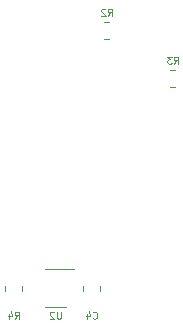
<source format=gbr>
G04 #@! TF.GenerationSoftware,KiCad,Pcbnew,(5.99.0-8366-gd64f1b3b25)*
G04 #@! TF.CreationDate,2021-01-13T01:42:36+02:00*
G04 #@! TF.ProjectId,board,626f6172-642e-46b6-9963-61645f706362,1.0.0*
G04 #@! TF.SameCoordinates,Original*
G04 #@! TF.FileFunction,Legend,Bot*
G04 #@! TF.FilePolarity,Positive*
%FSLAX46Y46*%
G04 Gerber Fmt 4.6, Leading zero omitted, Abs format (unit mm)*
G04 Created by KiCad (PCBNEW (5.99.0-8366-gd64f1b3b25)) date 2021-01-13 01:42:36*
%MOMM*%
%LPD*%
G01*
G04 APERTURE LIST*
%ADD10C,0.100000*%
%ADD11C,0.120000*%
G04 APERTURE END LIST*
D10*
X129894000Y-75144285D02*
X129922571Y-75172857D01*
X130008285Y-75201428D01*
X130065428Y-75201428D01*
X130151142Y-75172857D01*
X130208285Y-75115714D01*
X130236857Y-75058571D01*
X130265428Y-74944285D01*
X130265428Y-74858571D01*
X130236857Y-74744285D01*
X130208285Y-74687142D01*
X130151142Y-74630000D01*
X130065428Y-74601428D01*
X130008285Y-74601428D01*
X129922571Y-74630000D01*
X129894000Y-74658571D01*
X129379714Y-74801428D02*
X129379714Y-75201428D01*
X129522571Y-74572857D02*
X129665428Y-75001428D01*
X129294000Y-75001428D01*
X136752000Y-53611428D02*
X136952000Y-53325714D01*
X137094857Y-53611428D02*
X137094857Y-53011428D01*
X136866285Y-53011428D01*
X136809142Y-53040000D01*
X136780571Y-53068571D01*
X136752000Y-53125714D01*
X136752000Y-53211428D01*
X136780571Y-53268571D01*
X136809142Y-53297142D01*
X136866285Y-53325714D01*
X137094857Y-53325714D01*
X136552000Y-53011428D02*
X136180571Y-53011428D01*
X136380571Y-53240000D01*
X136294857Y-53240000D01*
X136237714Y-53268571D01*
X136209142Y-53297142D01*
X136180571Y-53354285D01*
X136180571Y-53497142D01*
X136209142Y-53554285D01*
X136237714Y-53582857D01*
X136294857Y-53611428D01*
X136466285Y-53611428D01*
X136523428Y-53582857D01*
X136552000Y-53554285D01*
X131164000Y-49547428D02*
X131364000Y-49261714D01*
X131506857Y-49547428D02*
X131506857Y-48947428D01*
X131278285Y-48947428D01*
X131221142Y-48976000D01*
X131192571Y-49004571D01*
X131164000Y-49061714D01*
X131164000Y-49147428D01*
X131192571Y-49204571D01*
X131221142Y-49233142D01*
X131278285Y-49261714D01*
X131506857Y-49261714D01*
X130935428Y-49004571D02*
X130906857Y-48976000D01*
X130849714Y-48947428D01*
X130706857Y-48947428D01*
X130649714Y-48976000D01*
X130621142Y-49004571D01*
X130592571Y-49061714D01*
X130592571Y-49118857D01*
X130621142Y-49204571D01*
X130964000Y-49547428D01*
X130592571Y-49547428D01*
X127203142Y-74601428D02*
X127203142Y-75087142D01*
X127174571Y-75144285D01*
X127146000Y-75172857D01*
X127088857Y-75201428D01*
X126974571Y-75201428D01*
X126917428Y-75172857D01*
X126888857Y-75144285D01*
X126860285Y-75087142D01*
X126860285Y-74601428D01*
X126603142Y-74658571D02*
X126574571Y-74630000D01*
X126517428Y-74601428D01*
X126374571Y-74601428D01*
X126317428Y-74630000D01*
X126288857Y-74658571D01*
X126260285Y-74715714D01*
X126260285Y-74772857D01*
X126288857Y-74858571D01*
X126631714Y-75201428D01*
X126260285Y-75201428D01*
X123290000Y-75201428D02*
X123490000Y-74915714D01*
X123632857Y-75201428D02*
X123632857Y-74601428D01*
X123404285Y-74601428D01*
X123347142Y-74630000D01*
X123318571Y-74658571D01*
X123290000Y-74715714D01*
X123290000Y-74801428D01*
X123318571Y-74858571D01*
X123347142Y-74887142D01*
X123404285Y-74915714D01*
X123632857Y-74915714D01*
X122775714Y-74801428D02*
X122775714Y-75201428D01*
X122918571Y-74572857D02*
X123061428Y-75001428D01*
X122690000Y-75001428D01*
D11*
X130504000Y-72436017D02*
X130504000Y-72851983D01*
X129084000Y-72436017D02*
X129084000Y-72851983D01*
X136444017Y-55574000D02*
X136859983Y-55574000D01*
X136444017Y-54154000D02*
X136859983Y-54154000D01*
X130856017Y-50090000D02*
X131271983Y-50090000D01*
X130856017Y-51510000D02*
X131271983Y-51510000D01*
X125846000Y-71034000D02*
X128296000Y-71034000D01*
X127646000Y-74254000D02*
X125846000Y-74254000D01*
X122455000Y-72416936D02*
X122455000Y-72871064D01*
X123925000Y-72416936D02*
X123925000Y-72871064D01*
M02*

</source>
